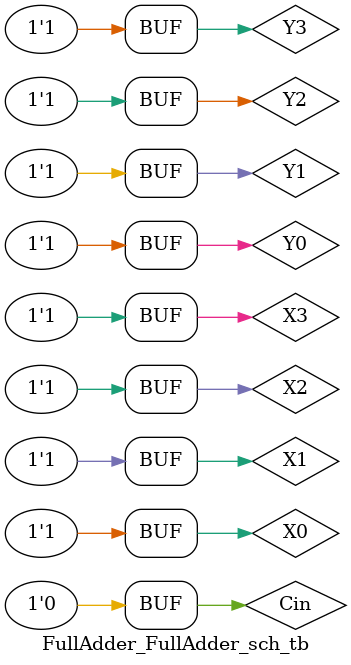
<source format=v>
`timescale 1ns / 1ps

module FullAdder_FullAdder_sch_tb();

// Inputs
   reg Y0;
   reg X0;
   reg Cin;
   reg Y1;
   reg X1;
   reg Y2;
   reg X2;
   reg Y3;
   reg X3;

// Output
   wire S0;
   wire S1;
   wire S2;
   wire S3;
   wire Cout;

// Bidirs

// Instantiate the UUT
   FullAdder UUT (
		.Y0(Y0), 
		.X0(X0), 
		.Cin(Cin), 
		.Y1(Y1), 
		.X1(X1), 
		.Y2(Y2), 
		.X2(X2), 
		.Y3(Y3), 
		.X3(X3), 
		.S0(S0), 
		.S1(S1), 
		.S2(S2), 
		.S3(S3), 
		.Cout(Cout)
   );
// Initialize Inputs
       initial begin
		Y0 = 1;
		X0 = 1;
		Cin = 0;
		Y1 = 0;
		X1 = 0;
		Y2 = 0;
		X2 = 0;
		Y3 = 0;
		X3 = 0;
		
		#30;
		Y1 = 1;
		X1 = 1;
		
		#30;
		Y2 = 1; 
		X2 = 1;
		
		#30;
		Y3 = 1;
		X3 = 1;
		end
endmodule

</source>
